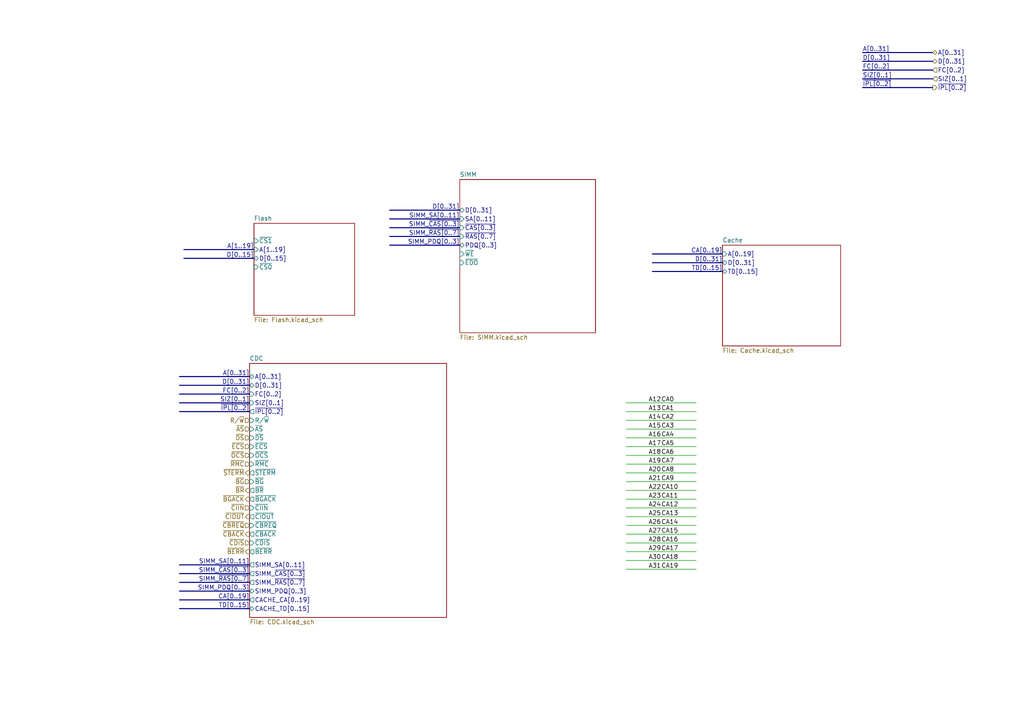
<source format=kicad_sch>
(kicad_sch (version 20230121) (generator eeschema)
  (paper "A4")
  (lib_symbols)
  (bus (pts (xy 209.55 78.74) (xy 189.23 78.74)))
  (bus (pts (xy 72.39 114.3) (xy 52.07 114.3)))
  (wire (pts (xy 181.61 142.24) (xy 201.93 142.24)))
  (bus (pts (xy 72.39 111.76) (xy 52.07 111.76)))
  (bus (pts (xy 72.39 168.91) (xy 52.07 168.91)))
  (wire (pts (xy 181.61 165.1) (xy 201.93 165.1)))
  (wire (pts (xy 181.61 129.54) (xy 201.93 129.54)))
  (wire (pts (xy 181.61 139.7) (xy 201.93 139.7)))
  (bus (pts (xy 250.19 25.4) (xy 270.51 25.4)))
  (wire (pts (xy 181.61 149.86) (xy 201.93 149.86)))
  (wire (pts (xy 181.61 134.62) (xy 201.93 134.62)))
  (wire (pts (xy 181.61 132.08) (xy 201.93 132.08)))
  (bus (pts (xy 250.19 20.32) (xy 270.51 20.32)))
  (bus (pts (xy 72.39 166.37) (xy 52.07 166.37)))
  (bus (pts (xy 72.39 173.99) (xy 52.07 173.99)))
  (wire (pts (xy 181.61 124.46) (xy 201.93 124.46)))
  (wire (pts (xy 181.61 154.94) (xy 201.93 154.94)))
  (bus (pts (xy 133.35 71.12) (xy 113.03 71.12)))
  (wire (pts (xy 181.61 121.92) (xy 201.93 121.92)))
  (wire (pts (xy 181.61 119.38) (xy 201.93 119.38)))
  (wire (pts (xy 181.61 160.02) (xy 201.93 160.02)))
  (bus (pts (xy 133.35 66.04) (xy 113.03 66.04)))
  (wire (pts (xy 181.61 144.78) (xy 201.93 144.78)))
  (bus (pts (xy 209.55 76.2) (xy 189.23 76.2)))
  (bus (pts (xy 209.55 73.66) (xy 189.23 73.66)))
  (bus (pts (xy 72.39 163.83) (xy 52.07 163.83)))
  (bus (pts (xy 250.19 17.78) (xy 270.51 17.78)))
  (bus (pts (xy 72.39 119.38) (xy 52.07 119.38)))
  (bus (pts (xy 72.39 171.45) (xy 52.07 171.45)))
  (wire (pts (xy 181.61 137.16) (xy 201.93 137.16)))
  (wire (pts (xy 181.61 116.84) (xy 201.93 116.84)))
  (bus (pts (xy 133.35 63.5) (xy 113.03 63.5)))
  (wire (pts (xy 181.61 127) (xy 201.93 127)))
  (wire (pts (xy 181.61 152.4) (xy 201.93 152.4)))
  (bus (pts (xy 73.66 72.39) (xy 53.34 72.39)))
  (bus (pts (xy 250.19 15.24) (xy 270.51 15.24)))
  (bus (pts (xy 133.35 60.96) (xy 113.03 60.96)))
  (wire (pts (xy 181.61 147.32) (xy 201.93 147.32)))
  (bus (pts (xy 73.66 74.93) (xy 53.34 74.93)))
  (bus (pts (xy 72.39 116.84) (xy 52.07 116.84)))
  (wire (pts (xy 181.61 157.48) (xy 201.93 157.48)))
  (bus (pts (xy 133.35 68.58) (xy 113.03 68.58)))
  (wire (pts (xy 181.61 162.56) (xy 201.93 162.56)))
  (bus (pts (xy 72.39 109.22) (xy 52.07 109.22)))
  (bus (pts (xy 72.39 176.53) (xy 52.07 176.53)))
  (bus (pts (xy 250.19 22.86) (xy 270.51 22.86)))
  (label "A22" (at 191.77 142.24 180))
  (label "CA19" (at 191.77 165.1 0))
  (label "CA2" (at 191.77 121.92 0))
  (label "A18" (at 191.77 132.08 180))
  (label "CA[0..19]" (at 72.39 173.99 180))
  (label "SIMM_~{CAS[0..3]}" (at 72.39 166.37 180))
  (label "CA12" (at 191.77 147.32 0))
  (label "A15" (at 191.77 124.46 180))
  (label "CA1" (at 191.77 119.38 0))
  (label "CA[0..19]" (at 209.55 73.66 180))
  (label "CA13" (at 191.77 149.86 0))
  (label "CA16" (at 191.77 157.48 0))
  (label "A30" (at 191.77 162.56 180))
  (label "FC[0..2]" (at 72.39 114.3 180))
  (label "TD[0..15]" (at 209.55 78.74 180))
  (label "CA18" (at 191.77 162.56 0))
  (label "~{IPL[0..2]}" (at 72.39 119.38 180))
  (label "CA5" (at 191.77 129.54 0))
  (label "CA3" (at 191.77 124.46 0))
  (label "CA14" (at 191.77 152.4 0))
  (label "A13" (at 191.77 119.38 180))
  (label "D[0..31]" (at 250.19 17.78 0))
  (label "D[0..31]" (at 209.55 76.2 180))
  (label "A23" (at 191.77 144.78 180))
  (label "A24" (at 191.77 147.32 180))
  (label "A20" (at 191.77 137.16 180))
  (label "A31" (at 191.77 165.1 180))
  (label "SIMM_SA[0..11]" (at 72.39 163.83 180))
  (label "CA7" (at 191.77 134.62 0))
  (label "CA15" (at 191.77 154.94 0))
  (label "D[0..15]" (at 73.66 74.93 180))
  (label "CA9" (at 191.77 139.7 0))
  (label "A29" (at 191.77 160.02 180))
  (label "CA10" (at 191.77 142.24 0))
  (label "CA8" (at 191.77 137.16 0))
  (label "A26" (at 191.77 152.4 180))
  (label "SIMM_PDQ[0..3]" (at 133.35 71.12 180))
  (label "CA0" (at 191.77 116.84 0))
  (label "SIMM_SA[0..11]" (at 133.35 63.5 180))
  (label "A19" (at 191.77 134.62 180))
  (label "CA4" (at 191.77 127 0))
  (label "A14" (at 191.77 121.92 180))
  (label "CA6" (at 191.77 132.08 0))
  (label "A27" (at 191.77 154.94 180))
  (label "D[0..31]" (at 133.35 60.96 180))
  (label "CA11" (at 191.77 144.78 0))
  (label "A[0..31]" (at 250.19 15.24 0))
  (label "SIMM_~{CAS[0..3]}" (at 133.35 66.04 180))
  (label "A25" (at 191.77 149.86 180))
  (label "A21" (at 191.77 139.7 180))
  (label "D[0..31]" (at 72.39 111.76 180))
  (label "SIMM_~{RAS[0..7]}" (at 133.35 68.58 180))
  (label "A28" (at 191.77 157.48 180))
  (label "A17" (at 191.77 129.54 180))
  (label "FC[0..2]" (at 250.19 20.32 0))
  (label "A12" (at 191.77 116.84 180))
  (label "TD[0..15]" (at 72.39 176.53 180))
  (label "CA17" (at 191.77 160.02 0))
  (label "~{IPL[0..2]}" (at 250.19 25.4 0))
  (label "SIZ[0..1]" (at 72.39 116.84 180))
  (label "A16" (at 191.77 127 180))
  (label "SIMM_~{RAS[0..7]}" (at 72.39 168.91 180))
  (label "A[0..31]" (at 72.39 109.22 180))
  (label "SIMM_PDQ[0..3]" (at 72.39 171.45 180))
  (label "SIZ[0..1]" (at 250.19 22.86 0))
  (label "A[1..19]" (at 73.66 72.39 180))
  (hierarchical_label "~{BGACK}" (shape output) (at 72.39 144.78 180))
  (hierarchical_label "~{IPL[0..2]}" (shape output) (at 270.51 25.4 0))
  (hierarchical_label "~{CBREQ}" (shape input) (at 72.39 152.4 180))
  (hierarchical_label "D[0..31]" (shape bidirectional) (at 270.51 17.78 0))
  (hierarchical_label "A[0..31]" (shape bidirectional) (at 270.51 15.24 0))
  (hierarchical_label "~{ECS}" (shape input) (at 72.39 129.54 180))
  (hierarchical_label "~{BERR}" (shape output) (at 72.39 160.02 180))
  (hierarchical_label "~{CIOUT}" (shape output) (at 72.39 149.86 180))
  (hierarchical_label "~{BR}" (shape output) (at 72.39 142.24 180))
  (hierarchical_label "SIZ[0..1]" (shape input) (at 270.51 22.86 0))
  (hierarchical_label "R{slash}~{W}" (shape input) (at 72.39 121.92 180))
  (hierarchical_label "~{CDIS}" (shape input) (at 72.39 157.48 180))
  (hierarchical_label "FC[0..2]" (shape input) (at 270.51 20.32 0))
  (hierarchical_label "~{RMC}" (shape input) (at 72.39 134.62 180))
  (hierarchical_label "~{CBACK}" (shape output) (at 72.39 154.94 180))
  (hierarchical_label "~{AS}" (shape input) (at 72.39 124.46 180))
  (hierarchical_label "~{OCS}" (shape input) (at 72.39 132.08 180))
  (hierarchical_label "~{STERM}" (shape output) (at 72.39 137.16 180))
  (hierarchical_label "~{CIIN}" (shape input) (at 72.39 147.32 180))
  (hierarchical_label "~{BG}" (shape input) (at 72.39 139.7 180))
  (hierarchical_label "~{DS}" (shape input) (at 72.39 127 180))
  (sheet (at 209.55 71.12) (size 34.29 29.21) (stroke (width 0.1524))
    (property "Sheetname" "Cache" (at 209.55 70.4084 0) (effects (justify left bottom)))
    (property "Sheetfile" "Cache.kicad_sch" (at 209.55 100.9146 0) (effects (justify left top)))
    (pin "A[0..19]" input (at 209.55 73.66 180))
    (pin "TD[0..15]" bidirectional (at 209.55 78.74 180))
    (pin "D[0..31]" bidirectional (at 209.55 76.2 180))
  )
  (sheet (at 133.35 52.07) (size 39.37 44.45) (stroke (width 0.1524))
    (property "Sheetname" "SIMM" (at 133.35 51.3584 0) (effects (justify left bottom)))
    (property "Sheetfile" "SIMM.kicad_sch" (at 133.35 97.1046 0) (effects (justify left top)))
    (pin "D[0..31]" bidirectional (at 133.35 60.96 180))
    (pin "SA[0..11]" input (at 133.35 63.5 180))
    (pin "~{CAS[0..3]}" input (at 133.35 66.04 180))
    (pin "PDQ[0..3]" bidirectional (at 133.35 71.12 180))
    (pin "~{RAS[0..7]}" input (at 133.35 68.58 180))
    (pin "~{WE}" input (at 133.35 73.66 180))
    (pin "~{EDO}" input (at 133.35 76.2 180))
  )
  (sheet (at 73.66 64.77) (size 29.21 26.67) (stroke (width 0.1524))
    (property "Sheetname" "Flash" (at 73.66 64.0584 0) (effects (justify left bottom)))
    (property "Sheetfile" "Flash.kicad_sch" (at 73.66 92.0246 0) (effects (justify left top)))
    (pin "~{CS1}" input (at 73.66 69.85 180))
    (pin "~{CS0}" input (at 73.66 77.47 180))
    (pin "A[1..19]" input (at 73.66 72.39 180))
    (pin "D[0..15]" bidirectional (at 73.66 74.93 180))
  )
  (sheet (at 72.39 105.41) (size 57.15 73.66) (stroke (width 0.1524))
    (property "Sheetname" "CDC" (at 72.39 104.6984 0) (effects (justify left bottom)))
    (property "Sheetfile" "CDC.kicad_sch" (at 72.39 179.6546 0) (effects (justify left top)))
    (pin "FC[0..2]" input (at 72.39 114.3 180))
    (pin "A[0..31]" bidirectional (at 72.39 109.22 180))
    (pin "~{IPL[0..2]}" output (at 72.39 119.38 180))
    (pin "SIZ[0..1]" input (at 72.39 116.84 180))
    (pin "D[0..31]" bidirectional (at 72.39 111.76 180))
    (pin "SIMM_PDQ[0..3]" bidirectional (at 72.39 171.45 180))
    (pin "CACHE_TD[0..15]" bidirectional (at 72.39 176.53 180))
    (pin "CACHE_CA[0..19]" output (at 72.39 173.99 180))
    (pin "SIMM_SA[0..11]" output (at 72.39 163.83 180))
    (pin "SIMM_~{CAS[0..3]}" output (at 72.39 166.37 180))
    (pin "SIMM_~{RAS[0..7]}" output (at 72.39 168.91 180))
    (pin "~{AS}" input (at 72.39 124.46 180))
    (pin "~{STERM}" output (at 72.39 137.16 180))
    (pin "~{RMC}" input (at 72.39 134.62 180))
    (pin "~{ECS}" input (at 72.39 129.54 180))
    (pin "~{OCS}" input (at 72.39 132.08 180))
    (pin "~{DS}" input (at 72.39 127 180))
    (pin "R{slash}~{W}" input (at 72.39 121.92 180))
    (pin "~{BR}" output (at 72.39 142.24 180))
    (pin "~{BG}" input (at 72.39 139.7 180))
    (pin "~{CDIS}" input (at 72.39 157.48 180))
    (pin "~{BERR}" output (at 72.39 160.02 180))
    (pin "~{CIIN}" input (at 72.39 147.32 180))
    (pin "~{CBACK}" output (at 72.39 154.94 180))
    (pin "~{BGACK}" output (at 72.39 144.78 180))
    (pin "~{CIOUT}" output (at 72.39 149.86 180))
    (pin "~{CBREQ}" input (at 72.39 152.4 180))
  )
)
</source>
